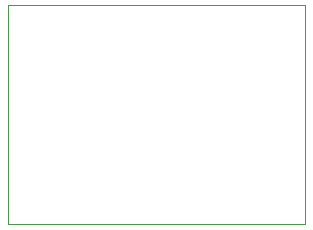
<source format=gbr>
%TF.GenerationSoftware,KiCad,Pcbnew,7.0.2*%
%TF.CreationDate,2023-05-24T09:21:20+02:00*%
%TF.ProjectId,PCB_Ewine,5043425f-4577-4696-9e65-2e6b69636164,rev?*%
%TF.SameCoordinates,Original*%
%TF.FileFunction,Profile,NP*%
%FSLAX46Y46*%
G04 Gerber Fmt 4.6, Leading zero omitted, Abs format (unit mm)*
G04 Created by KiCad (PCBNEW 7.0.2) date 2023-05-24 09:21:20*
%MOMM*%
%LPD*%
G01*
G04 APERTURE LIST*
%TA.AperFunction,Profile*%
%ADD10C,0.100000*%
%TD*%
G04 APERTURE END LIST*
D10*
X129850000Y-35000000D02*
X155000000Y-35000000D01*
X155000000Y-53500000D01*
X129850000Y-53500000D01*
X129850000Y-35000000D01*
M02*

</source>
